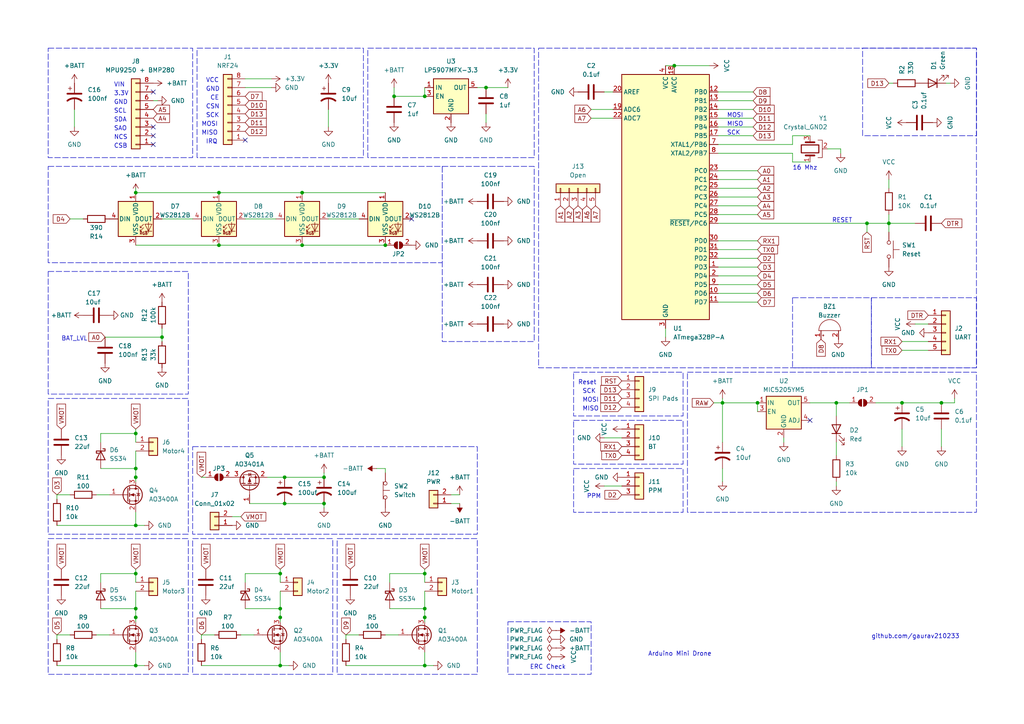
<source format=kicad_sch>
(kicad_sch (version 20230121) (generator eeschema)
  (paper "A4")
  (junction (at 39.37 166.37))
  (junction (at 82.55 146.05))
  (junction (at 81.28 176.53))
  (junction (at 273.05 116.84))
  (junction (at 261.62 116.84))
  (junction (at 123.19 179.07))
  (junction (at 39.37 193.04))
  (junction (at 111.76 71.12))
  (junction (at 81.28 193.04))
  (junction (at 39.37 55.88))
  (junction (at 81.28 179.07))
  (junction (at 93.98 138.43))
  (junction (at 39.37 125.73))
  (junction (at 63.5 71.12))
  (junction (at 123.19 193.04))
  (junction (at 87.63 55.88))
  (junction (at 114.3 27.94))
  (junction (at 123.19 166.37))
  (junction (at 123.19 176.53))
  (junction (at 82.55 138.43))
  (junction (at 39.37 152.4))
  (junction (at 63.5 55.88))
  (junction (at 87.63 71.12))
  (junction (at 46.99 97.79))
  (junction (at 257.81 64.77))
  (junction (at 123.19 27.94))
  (junction (at 39.37 138.43))
  (junction (at 140.97 25.4))
  (junction (at 81.28 166.37))
  (junction (at 39.37 135.89))
  (junction (at 251.46 64.77))
  (junction (at 219.71 116.84))
  (junction (at 39.37 176.53))
  (junction (at 93.98 146.05))
  (junction (at 195.58 19.05))
  (junction (at 39.37 179.07))
  (junction (at 209.55 116.84))
  (junction (at 242.57 116.84))
  (no_connect (at 234.95 121.92))
  (no_connect (at 44.45 36.83))
  (no_connect (at 71.12 40.64))
  (no_connect (at 44.45 39.37))
  (no_connect (at 44.45 26.67))
  (no_connect (at 119.38 63.5))
  (no_connect (at 44.45 41.91))
  (wire (pts (xy 114.3 27.94) (xy 123.19 27.94)))
  (wire (pts (xy 261.62 124.46) (xy 261.62 129.54)))
  (wire (pts (xy 265.43 93.98) (xy 269.24 93.98)))
  (wire (pts (xy 71.12 176.53) (xy 81.28 176.53)))
  (wire (pts (xy 45.72 29.21) (xy 44.45 29.21)))
  (wire (pts (xy 243.84 43.18) (xy 243.84 44.45)))
  (wire (pts (xy 193.04 97.79) (xy 193.04 95.25)))
  (wire (pts (xy 39.37 125.73) (xy 39.37 128.27)))
  (wire (pts (xy 138.43 25.4) (xy 140.97 25.4)))
  (wire (pts (xy 219.71 80.01) (xy 208.28 80.01)))
  (wire (pts (xy 123.19 180.34) (xy 123.19 179.07)))
  (wire (pts (xy 205.74 19.05) (xy 195.58 19.05)))
  (wire (pts (xy 240.03 43.18) (xy 243.84 43.18)))
  (wire (pts (xy 219.71 77.47) (xy 208.28 77.47)))
  (wire (pts (xy 46.99 95.25) (xy 46.99 97.79)))
  (wire (pts (xy 219.71 82.55) (xy 208.28 82.55)))
  (wire (pts (xy 209.55 139.7) (xy 209.55 135.89)))
  (wire (pts (xy 39.37 124.46) (xy 39.37 125.73)))
  (wire (pts (xy 229.87 39.37) (xy 234.95 39.37)))
  (wire (pts (xy 29.21 168.91) (xy 29.21 166.37)))
  (wire (pts (xy 111.76 135.89) (xy 111.76 137.16)))
  (wire (pts (xy 95.25 63.5) (xy 104.14 63.5)))
  (wire (pts (xy 87.63 55.88) (xy 63.5 55.88)))
  (wire (pts (xy 58.42 184.15) (xy 62.23 184.15)))
  (wire (pts (xy 16.51 143.51) (xy 20.32 143.51)))
  (wire (pts (xy 39.37 130.81) (xy 39.37 135.89)))
  (wire (pts (xy 41.91 193.04) (xy 39.37 193.04)))
  (wire (pts (xy 273.05 124.46) (xy 273.05 129.54)))
  (wire (pts (xy 123.19 166.37) (xy 123.19 168.91)))
  (wire (pts (xy 113.03 176.53) (xy 123.19 176.53)))
  (wire (pts (xy 234.95 116.84) (xy 242.57 116.84)))
  (wire (pts (xy 100.33 185.42) (xy 100.33 184.15)))
  (wire (pts (xy 125.73 193.04) (xy 123.19 193.04)))
  (wire (pts (xy 29.21 125.73) (xy 39.37 125.73)))
  (wire (pts (xy 209.55 128.27) (xy 209.55 116.84)))
  (wire (pts (xy 209.55 115.57) (xy 209.55 116.84)))
  (wire (pts (xy 39.37 54.61) (xy 39.37 55.88)))
  (wire (pts (xy 219.71 49.53) (xy 208.28 49.53)))
  (wire (pts (xy 39.37 148.59) (xy 39.37 152.4)))
  (wire (pts (xy 63.5 55.88) (xy 39.37 55.88)))
  (wire (pts (xy 257.81 24.13) (xy 259.08 24.13)))
  (wire (pts (xy 175.26 140.97) (xy 180.34 140.97)))
  (wire (pts (xy 39.37 180.34) (xy 39.37 179.07)))
  (wire (pts (xy 20.32 63.5) (xy 24.13 63.5)))
  (wire (pts (xy 16.51 152.4) (xy 39.37 152.4)))
  (wire (pts (xy 133.35 146.05) (xy 130.81 146.05)))
  (wire (pts (xy 16.51 184.15) (xy 20.32 184.15)))
  (wire (pts (xy 81.28 180.34) (xy 81.28 179.07)))
  (wire (pts (xy 175.26 26.67) (xy 177.8 26.67)))
  (wire (pts (xy 71.12 22.86) (xy 78.74 22.86)))
  (wire (pts (xy 29.21 166.37) (xy 39.37 166.37)))
  (wire (pts (xy 93.98 137.16) (xy 93.98 138.43)))
  (wire (pts (xy 218.44 34.29) (xy 208.28 34.29)))
  (wire (pts (xy 209.55 116.84) (xy 219.71 116.84)))
  (wire (pts (xy 229.87 44.45) (xy 229.87 46.99)))
  (wire (pts (xy 219.71 62.23) (xy 208.28 62.23)))
  (wire (pts (xy 175.26 127) (xy 180.34 127)))
  (wire (pts (xy 71.12 25.4) (xy 78.74 25.4)))
  (wire (pts (xy 219.71 74.93) (xy 208.28 74.93)))
  (wire (pts (xy 58.42 193.04) (xy 81.28 193.04)))
  (wire (pts (xy 261.62 99.06) (xy 269.24 99.06)))
  (wire (pts (xy 95.25 31.75) (xy 95.25 36.83)))
  (wire (pts (xy 229.87 46.99) (xy 234.95 46.99)))
  (wire (pts (xy 81.28 176.53) (xy 81.28 179.07)))
  (wire (pts (xy 81.28 166.37) (xy 81.28 168.91)))
  (wire (pts (xy 219.71 72.39) (xy 208.28 72.39)))
  (wire (pts (xy 81.28 165.1) (xy 81.28 166.37)))
  (wire (pts (xy 39.37 135.89) (xy 39.37 138.43)))
  (wire (pts (xy 251.46 64.77) (xy 257.81 64.77)))
  (wire (pts (xy 257.81 64.77) (xy 265.43 64.77)))
  (wire (pts (xy 123.19 189.23) (xy 123.19 193.04)))
  (wire (pts (xy 123.19 165.1) (xy 123.19 166.37)))
  (wire (pts (xy 219.71 59.69) (xy 208.28 59.69)))
  (wire (pts (xy 41.91 152.4) (xy 39.37 152.4)))
  (wire (pts (xy 147.32 25.4) (xy 140.97 25.4)))
  (wire (pts (xy 58.42 138.43) (xy 59.69 138.43)))
  (wire (pts (xy 171.45 31.75) (xy 177.8 31.75)))
  (wire (pts (xy 100.33 193.04) (xy 123.19 193.04)))
  (wire (pts (xy 81.28 189.23) (xy 81.28 193.04)))
  (wire (pts (xy 257.81 62.23) (xy 257.81 64.77)))
  (wire (pts (xy 58.42 185.42) (xy 58.42 184.15)))
  (wire (pts (xy 111.76 184.15) (xy 115.57 184.15)))
  (wire (pts (xy 242.57 120.65) (xy 242.57 116.84)))
  (wire (pts (xy 218.44 36.83) (xy 208.28 36.83)))
  (wire (pts (xy 219.71 85.09) (xy 208.28 85.09)))
  (wire (pts (xy 29.21 176.53) (xy 39.37 176.53)))
  (wire (pts (xy 123.19 171.45) (xy 123.19 176.53)))
  (wire (pts (xy 39.37 166.37) (xy 39.37 168.91)))
  (wire (pts (xy 29.21 128.27) (xy 29.21 125.73)))
  (wire (pts (xy 218.44 31.75) (xy 208.28 31.75)))
  (wire (pts (xy 171.45 34.29) (xy 177.8 34.29)))
  (wire (pts (xy 111.76 55.88) (xy 87.63 55.88)))
  (wire (pts (xy 46.99 63.5) (xy 55.88 63.5)))
  (wire (pts (xy 257.81 52.07) (xy 257.81 54.61)))
  (wire (pts (xy 39.37 171.45) (xy 39.37 176.53)))
  (wire (pts (xy 29.21 135.89) (xy 39.37 135.89)))
  (wire (pts (xy 193.04 19.05) (xy 195.58 19.05)))
  (wire (pts (xy 82.55 146.05) (xy 93.98 146.05)))
  (wire (pts (xy 219.71 54.61) (xy 208.28 54.61)))
  (wire (pts (xy 208.28 41.91) (xy 229.87 41.91)))
  (wire (pts (xy 39.37 71.12) (xy 63.5 71.12)))
  (wire (pts (xy 16.51 185.42) (xy 16.51 184.15)))
  (wire (pts (xy 219.71 116.84) (xy 219.71 119.38)))
  (wire (pts (xy 218.44 29.21) (xy 208.28 29.21)))
  (wire (pts (xy 39.37 139.7) (xy 39.37 138.43)))
  (wire (pts (xy 218.44 39.37) (xy 208.28 39.37)))
  (wire (pts (xy 71.12 63.5) (xy 80.01 63.5)))
  (wire (pts (xy 227.33 128.27) (xy 227.33 127)))
  (wire (pts (xy 254 116.84) (xy 261.62 116.84)))
  (wire (pts (xy 123.19 25.4) (xy 123.19 27.94)))
  (wire (pts (xy 21.59 31.75) (xy 21.59 36.83)))
  (wire (pts (xy 242.57 116.84) (xy 246.38 116.84)))
  (wire (pts (xy 69.85 184.15) (xy 73.66 184.15)))
  (wire (pts (xy 261.62 101.6) (xy 269.24 101.6)))
  (wire (pts (xy 229.87 41.91) (xy 229.87 39.37)))
  (wire (pts (xy 71.12 166.37) (xy 81.28 166.37)))
  (wire (pts (xy 208.28 44.45) (xy 229.87 44.45)))
  (wire (pts (xy 242.57 139.7) (xy 242.57 140.97)))
  (wire (pts (xy 27.94 184.15) (xy 31.75 184.15)))
  (wire (pts (xy 39.37 189.23) (xy 39.37 193.04)))
  (wire (pts (xy 261.62 116.84) (xy 273.05 116.84)))
  (wire (pts (xy 208.28 64.77) (xy 251.46 64.77)))
  (wire (pts (xy 257.81 64.77) (xy 257.81 67.31)))
  (wire (pts (xy 72.39 146.05) (xy 82.55 146.05)))
  (wire (pts (xy 274.32 24.13) (xy 275.59 24.13)))
  (wire (pts (xy 219.71 69.85) (xy 208.28 69.85)))
  (wire (pts (xy 46.99 97.79) (xy 46.99 99.06)))
  (wire (pts (xy 113.03 166.37) (xy 123.19 166.37)))
  (wire (pts (xy 69.85 149.86) (xy 67.31 149.86)))
  (wire (pts (xy 81.28 171.45) (xy 81.28 176.53)))
  (wire (pts (xy 207.01 116.84) (xy 209.55 116.84)))
  (wire (pts (xy 83.82 193.04) (xy 81.28 193.04)))
  (wire (pts (xy 219.71 52.07) (xy 208.28 52.07)))
  (wire (pts (xy 77.47 138.43) (xy 82.55 138.43)))
  (wire (pts (xy 16.51 193.04) (xy 39.37 193.04)))
  (wire (pts (xy 273.05 116.84) (xy 276.86 116.84)))
  (wire (pts (xy 109.22 135.89) (xy 111.76 135.89)))
  (wire (pts (xy 93.98 146.05) (xy 93.98 147.32)))
  (wire (pts (xy 123.19 176.53) (xy 123.19 179.07)))
  (wire (pts (xy 71.12 168.91) (xy 71.12 166.37)))
  (wire (pts (xy 219.71 57.15) (xy 208.28 57.15)))
  (wire (pts (xy 30.48 97.79) (xy 46.99 97.79)))
  (wire (pts (xy 140.97 35.56) (xy 140.97 33.02)))
  (wire (pts (xy 242.57 128.27) (xy 242.57 132.08)))
  (wire (pts (xy 251.46 64.77) (xy 251.46 67.31)))
  (wire (pts (xy 27.94 143.51) (xy 31.75 143.51)))
  (wire (pts (xy 276.86 115.57) (xy 276.86 116.84)))
  (wire (pts (xy 16.51 144.78) (xy 16.51 143.51)))
  (wire (pts (xy 133.35 143.51) (xy 130.81 143.51)))
  (wire (pts (xy 63.5 71.12) (xy 87.63 71.12)))
  (wire (pts (xy 39.37 165.1) (xy 39.37 166.37)))
  (wire (pts (xy 100.33 184.15) (xy 104.14 184.15)))
  (wire (pts (xy 39.37 176.53) (xy 39.37 179.07)))
  (wire (pts (xy 219.71 87.63) (xy 208.28 87.63)))
  (wire (pts (xy 87.63 71.12) (xy 111.76 71.12)))
  (wire (pts (xy 218.44 26.67) (xy 208.28 26.67)))
  (wire (pts (xy 113.03 168.91) (xy 113.03 166.37)))
  (wire (pts (xy 82.55 138.43) (xy 93.98 138.43)))
  (wire (pts (xy 114.3 25.4) (xy 114.3 27.94)))
  (rectangle (start 229.87 86.36) (end 252.73 106.68) (stroke (width 0) (type dash)))
  (rectangle (start 13.97 13.97) (end 55.88 45.72) (stroke (width 0) (type dash)))
  (rectangle (start 13.97 78.74) (end 54.61 114.3) (stroke (width 0) (type dash)))
  (rectangle (start 252.73 86.36) (end 283.21 106.68) (stroke (width 0) (type dash)))
  (rectangle (start 166.37 107.95) (end 198.12 120.65) (stroke (width 0) (type dash)))
  (rectangle (start 156.21 13.97) (end 283.21 106.68) (stroke (width 0) (type dash)))
  (rectangle (start 55.88 129.54) (end 138.43 154.94) (stroke (width 0) (type dash)))
  (rectangle (start 13.97 156.21) (end 54.61 195.58) (stroke (width 0) (type dash)))
  (rectangle (start 57.15 13.97) (end 105.41 45.72) (stroke (width 0) (type dash)))
  (rectangle (start 166.37 121.92) (end 198.12 134.62) (stroke (width 0) (type dash)))
  (rectangle (start 55.88 156.21) (end 96.52 195.58) (stroke (width 0) (type dash)))
  (rectangle (start 128.27 48.26) (end 154.94 99.06) (stroke (width 0) (type dash)))
  (rectangle (start 250.19 13.97) (end 283.21 39.37) (stroke (width 0) (type dash)))
  (rectangle (start 147.32 180.34) (end 171.45 195.58) (stroke (width 0) (type dash)))
  (rectangle (start 106.68 13.97) (end 154.94 45.72) (stroke (width 0) (type dash)))
  (rectangle (start 199.39 107.95) (end 283.21 148.59) (stroke (width 0) (type dash)))
  (rectangle (start 13.97 115.57) (end 54.61 154.94) (stroke (width 0) (type dash)))
  (rectangle (start 13.97 48.26) (end 128.27 76.2) (stroke (width 0) (type dash)))
  (rectangle (start 166.37 135.89) (end 198.12 148.59) (stroke (width 0) (type dash)))
  (rectangle (start 97.79 156.21) (end 138.43 195.58) (stroke (width 0) (type dash)))
  (text "SCL" (at 33.02 33.02 0) (effects (font (size 1.27 1.27)) (justify left bottom)))
  (text "GND\n" (at 33.02 30.48 0) (effects (font (size 1.27 1.27)) (justify left bottom)))
  (text "RESET" (at 241.3 64.77 0) (effects (font (size 1.27 1.27)) (justify left bottom)))
  (text "MISO\n" (at 210.82 36.83 0) (effects (font (size 1.27 1.27)) (justify left bottom)))
  (text "BAT_LVL" (at 17.78 99.06 0) (effects (font (size 1.27 1.27)) (justify left bottom)))
  (text "MISO" (at 168.91 119.38 0) (effects (font (size 1.27 1.27)) (justify left bottom)))
  (text "Reset\n" (at 167.64 111.76 0) (effects (font (size 1.27 1.27)) (justify left bottom)))
  (text "3.3V" (at 33.02 27.94 0) (effects (font (size 1.27 1.27)) (justify left bottom)))
  (text "MOSI" (at 210.82 34.29 0) (effects (font (size 1.27 1.27)) (justify left bottom)))
  (text "CE" (at 60.96 29.21 0) (effects (font (size 1.27 1.27)) (justify left bottom)))
  (text "CSB" (at 33.02 43.18 0) (effects (font (size 1.27 1.27)) (justify left bottom)))
  (text "VIN\n" (at 33.02 25.4 0) (effects (font (size 1.27 1.27)) (justify left bottom)))
  (text "SAO" (at 33.02 38.1 0) (effects (font (size 1.27 1.27)) (justify left bottom)))
  (text "ERC Check" (at 153.67 194.31 0) (effects (font (size 1.27 1.27)) (justify left bottom)))
  (text "Arduino Mini Drone" (at 187.96 190.5 0) (effects (font (size 1.27 1.27)) (justify left bottom)))
  (text "NCS" (at 33.02 40.64 0) (effects (font (size 1.27 1.27)) (justify left bottom)))
  (text "MOSI" (at 168.91 116.84 0) (effects (font (size 1.27 1.27)) (justify left bottom)))
  (text "PPM\n" (at 170.18 144.78 0) (effects (font (size 1.27 1.27)) (justify left bottom)))
  (text "IRQ" (at 59.69 41.91 0) (effects (font (size 1.27 1.27)) (justify left bottom)))
  (text "VCC" (at 59.69 24.13 0) (effects (font (size 1.27 1.27)) (justify left bottom)))
  (text "SCK" (at 59.69 34.29 0) (effects (font (size 1.27 1.27)) (justify left bottom)))
  (text "MOSI" (at 58.42 36.83 0) (effects (font (size 1.27 1.27)) (justify left bottom)))
  (text "MISO" (at 58.42 39.37 0) (effects (font (size 1.27 1.27)) (justify left bottom)))
  (text "SCK" (at 210.82 39.37 0) (effects (font (size 1.27 1.27)) (justify left bottom)))
  (text "SCK" (at 168.91 114.3 0) (effects (font (size 1.27 1.27)) (justify left bottom)))
  (text "CSN" (at 59.69 31.75 0) (effects (font (size 1.27 1.27)) (justify left bottom)))
  (text "SDA" (at 33.02 35.56 0) (effects (font (size 1.27 1.27)) (justify left bottom)))
  (text "github.com/gaurav210233" (at 252.73 185.42 0) (effects (font (size 1.27 1.27)) (justify left bottom)))
  (text "16 Mhz" (at 229.87 49.53 0) (effects (font (size 1.27 1.27)) (justify left bottom)))
  (text "GND" (at 59.69 26.67 0) (effects (font (size 1.27 1.27)) (justify left bottom)))
  (global_label "D5" (shape input) (at 16.51 184.15 90) (property "Intersheetrefs" "${INTERSHEET_REFS}" (effects hide)))
  (global_label "VMOT" (shape input) (at 58.42 138.43 90) (property "Intersheetrefs" "${INTERSHEET_REFS}" (effects hide)))
  (global_label "D13" (shape input) (at 218.44 39.37 0) (property "Intersheetrefs" "${INTERSHEET_REFS}" (effects hide)))
  (global_label "D11" (shape input) (at 180.34 115.57 180) (property "Intersheetrefs" "${INTERSHEET_REFS}" (effects hide)))
  (global_label "A0" (shape input) (at 30.48 97.79 180) (property "Intersheetrefs" "${INTERSHEET_REFS}" (effects hide)))
  (global_label "A6" (shape input) (at 170.18 59.69 270) (property "Intersheetrefs" "${INTERSHEET_REFS}" (effects hide)))
  (global_label "A7" (shape input) (at 171.45 34.29 180) (property "Intersheetrefs" "${INTERSHEET_REFS}" (effects hide)))
  (global_label "D13" (shape input) (at 257.81 24.13 180) (property "Intersheetrefs" "${INTERSHEET_REFS}" (effects hide)))
  (global_label "A0" (shape input) (at 219.71 49.53 0) (property "Intersheetrefs" "${INTERSHEET_REFS}" (effects hide)))
  (global_label "A4" (shape input) (at 44.45 34.29 0) (property "Intersheetrefs" "${INTERSHEET_REFS}" (effects hide)))
  (global_label "D7" (shape input) (at 219.71 87.63 0) (property "Intersheetrefs" "${INTERSHEET_REFS}" (effects hide)))
  (global_label "VMOT" (shape input) (at 123.19 165.1 90) (property "Intersheetrefs" "${INTERSHEET_REFS}" (effects hide)))
  (global_label "D3" (shape input) (at 219.71 77.47 0) (property "Intersheetrefs" "${INTERSHEET_REFS}" (effects hide)))
  (global_label "D11" (shape input) (at 71.12 35.56 0) (property "Intersheetrefs" "${INTERSHEET_REFS}" (effects hide)))
  (global_label "A2" (shape input) (at 219.71 54.61 0) (property "Intersheetrefs" "${INTERSHEET_REFS}" (effects hide)))
  (global_label "A1" (shape input) (at 162.56 59.69 270) (property "Intersheetrefs" "${INTERSHEET_REFS}" (effects hide)))
  (global_label "VMOT" (shape input) (at 81.28 165.1 90) (property "Intersheetrefs" "${INTERSHEET_REFS}" (effects hide)))
  (global_label "RX1" (shape input) (at 219.71 69.85 0) (property "Intersheetrefs" "${INTERSHEET_REFS}" (effects hide)))
  (global_label "D4" (shape input) (at 219.71 80.01 0) (property "Intersheetrefs" "${INTERSHEET_REFS}" (effects hide)))
  (global_label "D9" (shape input) (at 218.44 29.21 0) (property "Intersheetrefs" "${INTERSHEET_REFS}" (effects hide)))
  (global_label "RAW" (shape input) (at 207.01 116.84 180) (property "Intersheetrefs" "${INTERSHEET_REFS}" (effects hide)))
  (global_label "D12" (shape input) (at 218.44 36.83 0) (property "Intersheetrefs" "${INTERSHEET_REFS}" (effects hide)))
  (global_label "D12" (shape input) (at 180.34 118.11 180) (property "Intersheetrefs" "${INTERSHEET_REFS}" (effects hide)))
  (global_label "D13" (shape input) (at 71.12 33.02 0) (property "Intersheetrefs" "${INTERSHEET_REFS}" (effects hide)))
  (global_label "A6" (shape input) (at 171.45 31.75 180) (property "Intersheetrefs" "${INTERSHEET_REFS}" (effects hide)))
  (global_label "RST" (shape input) (at 251.46 67.31 270) (property "Intersheetrefs" "${INTERSHEET_REFS}" (effects hide)))
  (global_label "D10" (shape input) (at 71.12 30.48 0) (property "Intersheetrefs" "${INTERSHEET_REFS}" (effects hide)))
  (global_label "TX0" (shape input) (at 180.34 132.08 180) (property "Intersheetrefs" "${INTERSHEET_REFS}" (effects hide)))
  (global_label "D2" (shape input) (at 219.71 74.93 0) (property "Intersheetrefs" "${INTERSHEET_REFS}" (effects hide)))
  (global_label "D13" (shape input) (at 180.34 113.03 180) (property "Intersheetrefs" "${INTERSHEET_REFS}" (effects hide)))
  (global_label "D6" (shape input) (at 219.71 85.09 0) (property "Intersheetrefs" "${INTERSHEET_REFS}" (effects hide)))
  (global_label "VMOT" (shape input) (at 39.37 124.46 90) (property "Intersheetrefs" "${INTERSHEET_REFS}" (effects hide)))
  (global_label "RST" (shape input) (at 180.34 110.49 180) (property "Intersheetrefs" "${INTERSHEET_REFS}" (effects hide)))
  (global_label "TX0" (shape input) (at 219.71 72.39 0) (property "Intersheetrefs" "${INTERSHEET_REFS}" (effects hide)))
  (global_label "D8" (shape input) (at 238.125 98.425 270) (property "Intersheetrefs" "${INTERSHEET_REFS}" (effects hide)))
  (global_label "A5" (shape input) (at 44.45 31.75 0) (property "Intersheetrefs" "${INTERSHEET_REFS}" (effects hide)))
  (global_label "RX1" (shape input) (at 180.34 129.54 180) (property "Intersheetrefs" "${INTERSHEET_REFS}" (effects hide)))
  (global_label "D5" (shape input) (at 219.71 82.55 0) (property "Intersheetrefs" "${INTERSHEET_REFS}" (effects hide)))
  (global_label "VMOT" (shape input) (at 59.69 165.1 90) (property "Intersheetrefs" "${INTERSHEET_REFS}" (effects hide)))
  (global_label "D11" (shape input) (at 218.44 34.29 0) (property "Intersheetrefs" "${INTERSHEET_REFS}" (effects hide)))
  (global_label "D12" (shape input) (at 71.12 38.1 0) (property "Intersheetrefs" "${INTERSHEET_REFS}" (effects hide)))
  (global_label "A3" (shape input) (at 219.71 57.15 0) (property "Intersheetrefs" "${INTERSHEET_REFS}" (effects hide)))
  (global_label "D2" (shape input) (at 180.34 143.51 180) (property "Intersheetrefs" "${INTERSHEET_REFS}" (effects hide)))
  (global_label "A4" (shape input) (at 219.71 59.69 0) (property "Intersheetrefs" "${INTERSHEET_REFS}" (effects hide)))
  (global_label "A7" (shape input) (at 172.72 59.69 270) (property "Intersheetrefs" "${INTERSHEET_REFS}" (effects hide)))
  (global_label "VMOT" (shape input) (at 101.6 165.1 90) (property "Intersheetrefs" "${INTERSHEET_REFS}" (effects hide)))
  (global_label "DTR" (shape input) (at 269.24 91.44 180) (property "Intersheetrefs" "${INTERSHEET_REFS}" (effects hide)))
  (global_label "A2" (shape input) (at 165.1 59.69 270) (property "Intersheetrefs" "${INTERSHEET_REFS}" (effects hide)))
  (global_label "VMOT" (shape input) (at 39.37 165.1 90) (property "Intersheetrefs" "${INTERSHEET_REFS}" (effects hide)))
  (global_label "VMOT" (shape input) (at 17.78 124.46 90) (property "Intersheetrefs" "${INTERSHEET_REFS}" (effects hide)))
  (global_label "A1" (shape input) (at 219.71 52.07 0) (property "Intersheetrefs" "${INTERSHEET_REFS}" (effects hide)))
  (global_label "D3" (shape input) (at 16.51 143.51 90) (property "Intersheetrefs" "${INTERSHEET_REFS}" (effects hide)))
  (global_label "VMOT" (shape input) (at 17.78 165.1 90) (property "Intersheetrefs" "${INTERSHEET_REFS}" (effects hide)))
  (global_label "D7" (shape input) (at 71.12 27.94 0) (property "Intersheetrefs" "${INTERSHEET_REFS}" (effects hide)))
  (global_label "DTR" (shape input) (at 273.05 64.77 0) (property "Intersheetrefs" "${INTERSHEET_REFS}" (effects hide)))
  (global_label "D6" (shape input) (at 58.42 184.15 90) (property "Intersheetrefs" "${INTERSHEET_REFS}" (effects hide)))
  (global_label "D8" (shape input) (at 218.44 26.67 0) (property "Intersheetrefs" "${INTERSHEET_REFS}" (effects hide)))
  (global_label "A3" (shape input) (at 167.64 59.69 270) (property "Intersheetrefs" "${INTERSHEET_REFS}" (effects hide)))
  (global_label "D4" (shape input) (at 20.32 63.5 180) (property "Intersheetrefs" "${INTERSHEET_REFS}" (effects hide)))
  (global_label "A5" (shape input) (at 219.71 62.23 0) (property "Intersheetrefs" "${INTERSHEET_REFS}" (effects hide)))
  (global_label "TX0" (shape input) (at 261.62 101.6 180) (property "Intersheetrefs" "${INTERSHEET_REFS}" (effects hide)))
  (global_label "RX1" (shape input) (at 261.62 99.06 180) (property "Intersheetrefs" "${INTERSHEET_REFS}" (effects hide)))
  (global_label "D9" (shape input) (at 100.33 184.15 90) (property "Intersheetrefs" "${INTERSHEET_REFS}" (effects hide)))
  (global_label "VMOT" (shape input) (at 69.85 149.86 0) (property "Intersheetrefs" "${INTERSHEET_REFS}" (effects hide)))
  (global_label "D10" (shape input) (at 218.44 31.75 0) (property "Intersheetrefs" "${INTERSHEET_REFS}" (effects hide)))
  (symbol (lib_id "power:VCC") (at 262.89 35.56 90) (unit 1)
    (property "Reference" "#PWR08" (effects hide))
    (property "Value" "VCC" (at 257.81 35.56 0))
  )
  (symbol (lib_id "power:GND") (at 95.25 36.83 0) (unit 1)
    (property "Reference" "#PWR023" (effects hide))
    (property "Value" "GND" (at 95.25 41.91 0))
  )
  (symbol (lib_id "Connector_Generic:Conn_01x08") (at 66.04 33.02 180) (unit 1)
    (property "Reference" "J1" (at 66.04 16.51 0))
    (property "Value" "NRF24" (at 66.04 19.05 0))
  )
  (symbol (lib_id "power:+BATT") (at 114.3 25.4 0) (unit 1)
    (property "Reference" "#PWR020" (effects hide))
    (property "Value" "+BATT" (at 114.3 20.32 0))
  )
  (symbol (lib_id "LED:WS2812B") (at 111.76 63.5 0) (unit 1)
    (property "Reference" "D10" (at 123.19 59.8521 0))
    (property "Value" "WS2812B" (at 123.19 62.3921 0))
    (property "Footprint" "LED_SMD:LED_WS2812B_PLCC4_5.0x5.0mm_P3.2mm" (effects hide))
    (property "Datasheet" "https://cdn-shop.adafruit.com/datasheets/WS2812B.pdf" (effects hide))
  )
  (symbol (lib_id "power:+3.3V") (at 95.25 24.13 0) (unit 1)
    (property "Reference" "#PWR024" (effects hide))
    (property "Value" "+3.3V" (at 95.25 19.05 0))
  )
  (symbol (lib_id "power:+3.3V") (at 147.32 25.4 0) (unit 1)
    (property "Reference" "#PWR019" (effects hide))
    (property "Value" "+3.3V" (at 147.32 20.32 0))
  )
  (symbol (lib_id "Device:R") (at 16.51 148.59 180) (unit 1)
    (property "Reference" "R10" (at 19.05 147.32 0) (effects (justify right)))
    (property "Value" "10k" (at 19.05 149.86 0) (effects (justify right)))
  )
  (symbol (lib_id "power:VCC") (at 205.74 19.05 270) (unit 1)
    (property "Reference" "#PWR03" (effects hide))
    (property "Value" "VCC" (at 210.82 19.05 0))
  )
  (symbol (lib_id "Device:Buzzer") (at 240.665 95.885 90) (unit 1)
    (property "Reference" "BZ1" (at 242.57 88.9 90) (effects (justify left)))
    (property "Value" "Buzzer" (at 243.84 91.44 90) (effects (justify left)))
  )
  (symbol (lib_id "Switch:SW_Push") (at 257.81 72.39 270) (unit 1)
    (property "Reference" "SW1" (at 261.62 71.12 90) (effects (justify left)))
    (property "Value" "Reset" (at 261.62 73.66 90) (effects (justify left)))
  )
  (symbol (lib_id "power:GND") (at 31.75 91.44 90) (unit 1)
    (property "Reference" "#PWR046" (effects hide))
    (property "Value" "GND" (at 36.83 91.44 90))
  )
  (symbol (lib_id "Transistor_FET:AO3400A") (at 120.65 184.15 0) (unit 1)
    (property "Reference" "Q1" (at 127 182.88 0) (effects (justify left)))
    (property "Value" "AO3400A" (at 127 185.42 0) (effects (justify left)))
    (property "Footprint" "Package_TO_SOT_SMD:SOT-23" (effects hide))
    (property "Datasheet" "http://www.aosmd.com/pdfs/datasheet/AO3400A.pdf" (effects hide))
  )
  (symbol (lib_id "Connector_Generic:Conn_01x02") (at 44.45 168.91 0) (unit 1)
    (property "Reference" "J5" (at 46.99 168.91 0) (effects (justify left)))
    (property "Value" "Motor3" (at 46.99 171.45 0) (effects (justify left)))
  )
  (symbol (lib_id "Device:C_Polarized_US") (at 21.59 27.94 0) (unit 1)
    (property "Reference" "C16" (at 25.4 26.035 0) (effects (justify left)))
    (property "Value" "100nf" (at 25.4 28.575 0) (effects (justify left)))
  )
  (symbol (lib_id "power:GND") (at 275.59 24.13 90) (unit 1)
    (property "Reference" "#PWR09" (effects hide))
    (property "Value" "GND" (at 280.67 24.13 0))
  )
  (symbol (lib_id "power:GND") (at 209.55 139.7 0) (unit 1)
    (property "Reference" "#PWR011" (effects hide))
    (property "Value" "GND" (at 209.55 144.78 0))
  )
  (symbol (lib_id "Regulator_Linear:MIC5205YM5") (at 227.33 119.38 0) (unit 1)
    (property "Reference" "U2" (at 227.33 110.49 0))
    (property "Value" "MIC5205YM5" (at 227.33 113.03 0))
    (property "Footprint" "Package_TO_SOT_SMD:SOT-23-5" (effects hide))
    (property "Datasheet" "http://ww1.microchip.com/downloads/en/DeviceDoc/20005785A.pdf" (effects hide))
  )
  (symbol (lib_id "Jumper:SolderJumper_2_Open") (at 115.57 71.12 0) (unit 1)
    (property "Reference" "JP2" (at 115.57 73.66 0))
    (property "Value" "Power isolation jumper (low power applications)" (effects hide))
  )
  (symbol (lib_id "power:-BATT") (at 161.29 182.88 270) (unit 1)
    (property "Reference" "#PWR070" (effects hide))
    (property "Value" "-BATT" (at 165.1 182.88 90) (effects (justify left)))
  )
  (symbol (lib_id "power:GND") (at 119.38 71.12 90) (unit 1)
    (property "Reference" "#PWR055" (effects hide))
    (property "Value" "GND" (at 123.19 71.12 90) (effects (justify right)))
  )
  (symbol (lib_id "Device:R") (at 46.99 102.87 0) (unit 1)
    (property "Reference" "R13" (at 41.91 102.87 90))
    (property "Value" "33k" (at 44.45 102.87 90))
  )
  (symbol (lib_id "Device:C") (at 30.48 101.6 180) (unit 1)
    (property "Reference" "C18" (at 34.29 100.33 0) (effects (justify right)))
    (property "Value" "100nf" (at 34.29 102.87 0) (effects (justify right)))
  )
  (symbol (lib_id "MCU_Microchip_ATmega:ATmega328P-A") (at 193.04 57.15 0) (unit 1)
    (property "Reference" "U1" (at 195.2341 95.25 0) (effects (justify left)))
    (property "Value" "ATmega328P-A" (at 195.2341 97.79 0) (effects (justify left)))
    (property "Footprint" "Package_QFP:TQFP-32_7x7mm_P0.8mm" (effects hide))
    (property "Datasheet" "http://ww1.microchip.com/downloads/en/DeviceDoc/ATmega328_P%20AVR%20MCU%20with%20picoPower%20Technology%20Data%20Sheet%2040001984A.pdf" (effects hide))
  )
  (symbol (lib_id "Device:C") (at 142.24 58.42 270) (unit 1)
    (property "Reference" "C19" (at 142.24 50.8 90))
    (property "Value" "100nf" (at 142.24 53.34 90))
  )
  (symbol (lib_id "power:GND") (at 257.81 77.47 0) (unit 1)
    (property "Reference" "#PWR02" (effects hide))
    (property "Value" "GND" (at 257.81 82.55 0))
  )
  (symbol (lib_id "power:GND") (at 242.57 140.97 0) (unit 1)
    (property "Reference" "#PWR012" (effects hide))
    (property "Value" "GND" (at 242.57 146.05 0))
  )
  (symbol (lib_id "Device:R") (at 58.42 189.23 180) (unit 1)
    (property "Reference" "R6" (at 60.96 187.96 0) (effects (justify right)))
    (property "Value" "10k" (at 60.96 190.5 0) (effects (justify right)))
  )
  (symbol (lib_id "power:GND") (at 146.05 82.55 90) (unit 1)
    (property "Reference" "#PWR062" (effects hide))
    (property "Value" "GND" (at 149.86 82.55 90) (effects (justify right)))
  )
  (symbol (lib_id "power:GND") (at 130.81 35.56 0) (unit 1)
    (property "Reference" "#PWR017" (effects hide))
    (property "Value" "GND" (at 130.81 40.64 0))
  )
  (symbol (lib_id "Device:R") (at 16.51 189.23 180) (unit 1)
    (property "Reference" "R8" (at 19.05 187.96 0) (effects (justify right)))
    (property "Value" "10k" (at 19.05 190.5 0) (effects (justify right)))
  )
  (symbol (lib_id "Connector_Generic:Conn_01x04") (at 185.42 113.03 0) (unit 1)
    (property "Reference" "J9" (at 187.96 113.03 0) (effects (justify left)))
    (property "Value" "SPI Pads" (at 187.96 115.57 0) (effects (justify left)))
  )
  (symbol (lib_id "power:+BATT") (at 161.29 187.96 270) (unit 1)
    (property "Reference" "#PWR066" (effects hide))
    (property "Value" "+BATT" (at 165.1 187.96 90) (effects (justify left)))
  )
  (symbol (lib_id "power:GND") (at 167.64 26.67 270) (unit 1)
    (property "Reference" "#PWR04" (effects hide))
    (property "Value" "GND" (at 163.83 26.67 90) (effects (justify right)))
  )
  (symbol (lib_id "Device:R") (at 242.57 135.89 180) (unit 1)
    (property "Reference" "R3" (at 245.11 134.62 0) (effects (justify right)))
    (property "Value" "10k" (at 245.11 137.16 0) (effects (justify right)))
  )
  (symbol (lib_id "Device:C") (at 59.69 168.91 180) (unit 1)
    (property "Reference" "C11" (at 63.5 167.64 0) (effects (justify right)))
    (property "Value" "22uf" (at 63.5 170.18 0) (effects (justify right)))
  )
  (symbol (lib_id "Device:Crystal_GND2") (at 234.95 43.18 90) (unit 1)
    (property "Reference" "Y1" (at 240.03 34.29 90) (effects (justify left)))
    (property "Value" "Crystal_GND2" (at 240.03 36.83 90) (effects (justify left)))
  )
  (symbol (lib_id "Device:C") (at 142.24 82.55 270) (unit 1)
    (property "Reference" "C21" (at 142.24 74.93 90))
    (property "Value" "100nf" (at 142.24 77.47 90))
  )
  (symbol (lib_id "power:VCC") (at 175.26 140.97 90) (unit 1)
    (property "Reference" "#PWR043" (effects hide))
    (property "Value" "VCC" (at 170.18 140.97 0))
  )
  (symbol (lib_id "power:GND") (at 45.72 29.21 90) (unit 1)
    (property "Reference" "#PWR039" (effects hide))
    (property "Value" "GND" (at 49.53 29.21 90) (effects (justify right)))
  )
  (symbol (lib_id "power:VCC") (at 276.86 115.57 0) (unit 1)
    (property "Reference" "#PWR015" (effects hide))
    (property "Value" "VCC" (at 276.86 110.49 0))
  )
  (symbol (lib_id "Device:R") (at 262.89 24.13 270) (unit 1)
    (property "Reference" "R2" (at 261.62 21.59 0) (effects (justify right)))
    (property "Value" "330" (at 264.16 21.59 0) (effects (justify right)))
  )
  (symbol (lib_id "power:GND") (at 261.62 129.54 0) (unit 1)
    (property "Reference" "#PWR013" (effects hide))
    (property "Value" "GND" (at 261.62 134.62 0))
  )
  (symbol (lib_id "Jumper:SolderJumper_2_Open") (at 63.5 138.43 0) (unit 1)
    (property "Reference" "JP3" (at 63.5 135.89 0))
    (property "Value" "Power isolation jumper (low power applications)" (effects hide))
  )
  (symbol (lib_id "power:GND") (at 270.51 35.56 90) (unit 1)
    (property "Reference" "#PWR07" (effects hide))
    (property "Value" "GND" (at 275.59 35.56 0))
  )
  (symbol (lib_id "LED:WS2812B") (at 39.37 63.5 0) (unit 1)
    (property "Reference" "D7" (at 50.8 59.8521 0))
    (property "Value" "WS2812B" (at 50.8 62.3921 0))
    (property "Footprint" "LED_SMD:LED_WS2812B_PLCC4_5.0x5.0mm_P3.2mm" (effects hide))
    (property "Datasheet" "https://cdn-shop.adafruit.com/datasheets/WS2812B.pdf" (effects hide))
  )
  (symbol (lib_id "power:GND") (at 41.91 193.04 90) (unit 1)
    (property "Reference" "#PWR032" (effects hide))
    (property "Value" "GND" (at 45.72 193.04 90) (effects (justify right)))
  )
  (symbol (lib_id "power:GND") (at 140.97 35.56 0) (unit 1)
    (property "Reference" "#PWR018" (effects hide))
    (property "Value" "GND" (at 140.97 40.64 0))
  )
  (symbol (lib_id "Connector_Generic:Conn_01x05") (at 274.32 96.52 0) (unit 1)
    (property "Reference" "J2" (at 276.86 95.25 0) (effects (justify left)))
    (property "Value" "UART" (at 276.86 97.79 0) (effects (justify left)))
  )
  (symbol (lib_id "power:PWR_FLAG") (at 161.29 182.88 90) (unit 1)
    (property "Reference" "#FLG04" (effects hide))
    (property "Value" "PWR_FLAG" (at 157.48 182.88 90) (effects (justify left)))
  )
  (symbol (lib_id "power:GND") (at 17.78 132.08 0) (unit 1)
    (property "Reference" "#PWR033" (effects hide))
    (property "Value" "GND" (at 17.78 137.16 0))
  )
  (symbol (lib_id "power:+3.3V") (at 78.74 22.86 270) (unit 1)
    (property "Reference" "#PWR021" (effects hide))
    (property "Value" "+3.3V" (at 82.55 22.86 90) (effects (justify left)))
  )
  (symbol (lib_id "Device:C") (at 27.94 91.44 270) (unit 1)
    (property "Reference" "C17" (at 29.21 85.09 90) (effects (justify right)))
    (property "Value" "10uf" (at 29.21 87.63 90) (effects (justify right)))
  )
  (symbol (lib_id "Device:R") (at 46.99 91.44 0) (unit 1)
    (property "Reference" "R12" (at 41.91 91.44 90))
    (property "Value" "100k" (at 44.45 91.44 90))
  )
  (symbol (lib_id "power:GND") (at 67.31 152.4 90) (unit 1)
    (property "Reference" "#PWR037" (effects hide))
    (property "Value" "GND" (at 71.12 152.4 90) (effects (justify right)))
  )
  (symbol (lib_id "Transistor_FET:AO3401A") (at 72.39 140.97 90) (unit 1)
    (property "Reference" "Q5" (at 72.39 132.08 90))
    (property "Value" "AO3401A" (at 72.39 134.62 90))
    (property "Footprint" "Package_TO_SOT_SMD:SOT-23" (effects hide))
    (property "Datasheet" "http://www.aosmd.com/pdfs/datasheet/AO3401A.pdf" (effects hide))
  )
  (symbol (lib_id "Connector_Generic:Conn_01x02") (at 128.27 168.91 0) (unit 1)
    (property "Reference" "J3" (at 130.81 168.91 0) (effects (justify left)))
    (property "Value" "Motor1" (at 130.81 171.45 0) (effects (justify left)))
  )
  (symbol (lib_id "power:GND") (at 21.59 36.83 0) (unit 1)
    (property "Reference" "#PWR051" (effects hide))
    (property "Value" "GND" (at 21.59 41.91 0))
  )
  (symbol (lib_id "Diode:1N6857UR") (at 71.12 172.72 270) (unit 1)
    (property "Reference" "D4" (at 73.66 171.1325 90) (effects (justify left)))
    (property "Value" "SS34" (at 73.66 173.6725 90) (effects (justify left)))
    (property "Footprint" "Diode_SMD:D_MELF" (effects hide))
    (property "Datasheet" "https://www.microsemi.com/document-portal/doc_download/131890-lds-0040-1-datasheet" (effects hide))
  )
  (symbol (lib_id "power:PWR_FLAG") (at 161.29 185.42 90) (unit 1)
    (property "Reference" "#FLG01" (effects hide))
    (property "Value" "PWR_FLAG" (at 157.48 185.42 90) (effects (justify left)))
  )
  (symbol (lib_id "power:GND") (at 146.05 93.98 90) (unit 1)
    (property "Reference" "#PWR064" (effects hide))
    (property "Value" "GND" (at 149.86 93.98 90) (effects (justify right)))
  )
  (symbol (lib_id "power:GND") (at 59.69 172.72 0) (unit 1)
    (property "Reference" "#PWR029" (effects hide))
    (property "Value" "GND" (at 59.69 177.8 0))
  )
  (symbol (lib_id "power:+BATT") (at 138.43 69.85 90) (unit 1)
    (property "Reference" "#PWR059" (effects hide))
    (property "Value" "+BATT" (at 134.62 69.85 90) (effects (justify left)))
  )
  (symbol (lib_id "power:-BATT") (at 133.35 146.05 180) (unit 1)
    (property "Reference" "#PWR069" (effects hide))
    (property "Value" "-BATT" (at 133.35 151.13 0))
  )
  (symbol (lib_id "Connector_Generic:Conn_01x02") (at 125.73 146.05 180) (unit 1)
    (property "Reference" "J12" (at 125.73 137.16 0))
    (property "Value" "PWR" (at 125.73 139.7 0))
  )
  (symbol (lib_id "Diode:1N6857UR") (at 29.21 132.08 270) (unit 1)
    (property "Reference" "D6" (at 31.75 130.4925 90) (effects (justify left)))
    (property "Value" "SS34" (at 31.75 133.0325 90) (effects (justify left)))
    (property "Footprint" "Diode_SMD:D_MELF" (effects hide))
    (property "Datasheet" "https://www.microsemi.com/document-portal/doc_download/131890-lds-0040-1-datasheet" (effects hide))
  )
  (symbol (lib_id "Device:C") (at 171.45 26.67 90) (unit 1)
    (property "Reference" "C2" (at 171.45 19.05 90))
    (property "Value" "0.1uf" (at 171.45 21.59 90))
  )
  (symbol (lib_id "Device:C_Polarized_US") (at 95.25 27.94 0) (unit 1)
    (property "Reference" "C9" (at 99.06 26.035 0) (effects (justify left)))
    (property "Value" "10uf" (at 99.06 28.575 0) (effects (justify left)))
  )
  (symbol (lib_id "Device:C") (at 101.6 168.91 180) (unit 1)
    (property "Reference" "C10" (at 105.41 167.64 0) (effects (justify right)))
    (property "Value" "22uf" (at 105.41 170.18 0) (effects (justify right)))
  )
  (symbol (lib_id "Regulator_Linear:LP5907MFX-3.3") (at 130.81 27.94 0) (unit 1)
    (property "Reference" "U3" (at 130.81 17.78 0))
    (property "Value" "LP5907MFX-3.3" (at 130.81 20.32 0))
    (property "Footprint" "Package_TO_SOT_SMD:SOT-23-5" (effects hide))
    (property "Datasheet" "http://www.ti.com/lit/ds/symlink/lp5907.pdf" (effects hide))
  )
  (symbol (lib_id "Connector_Generic:Conn_01x08") (at 39.37 34.29 180) (unit 1)
    (property "Reference" "J8" (at 39.37 17.78 0))
    (property "Value" "MPU9250 + BMP280" (at 40.64 20.32 0))
  )
  (symbol (lib_id "power:PWR_FLAG") (at 161.29 187.96 90) (unit 1)
    (property "Reference" "#FLG02" (effects hide))
    (property "Value" "PWR_FLAG" (at 157.48 187.96 90) (effects (justify left)))
  )
  (symbol (lib_id "Device:R") (at 27.94 63.5 90) (unit 1)
    (property "Reference" "R14" (at 27.94 68.58 90))
    (property "Value" "390" (at 27.94 66.04 90))
  )
  (symbol (lib_id "Transistor_FET:AO3400A") (at 78.74 184.15 0) (unit 1)
    (property "Reference" "Q2" (at 85.09 182.88 0) (effects (justify left)))
    (property "Value" "AO3400A" (at 85.09 185.42 0) (effects (justify left)))
    (property "Footprint" "Package_TO_SOT_SMD:SOT-23" (effects hide))
    (property "Datasheet" "http://www.aosmd.com/pdfs/datasheet/AO3400A.pdf" (effects hide))
  )
  (symbol (lib_id "power:+BATT") (at 44.45 24.13 270) (unit 1)
    (property "Reference" "#PWR038" (effects hide))
    (property "Value" "+BATT" (at 48.26 24.13 90) (effects (justify left)))
  )
  (symbol (lib_id "Device:R") (at 24.13 143.51 270) (unit 1)
    (property "Reference" "R11" (at 24.13 138.43 90))
    (property "Value" "100" (at 24.13 140.97 90))
  )
  (symbol (lib_id "power:GND") (at 161.29 185.42 90) (unit 1)
    (property "Reference" "#PWR065" (effects hide))
    (property "Value" "GND" (at 165.1 185.42 90) (effects (justify right)))
  )
  (symbol (lib_id "Device:C_Polarized_US") (at 93.98 142.24 0) (unit 1)
    (property "Reference" "C14" (at 97.79 140.335 0) (effects (justify left)))
    (property "Value" "100uf" (at 97.79 142.875 0) (effects (justify left)))
  )
  (symbol (lib_id "Device:C") (at 273.05 120.65 180) (unit 1)
    (property "Reference" "C6" (at 276.86 119.38 0) (effects (justify right)))
    (property "Value" "0.1uf" (at 276.86 121.92 0) (effects (justify right)))
  )
  (symbol (lib_id "power:+BATT") (at 138.43 82.55 90) (unit 1)
    (property "Reference" "#PWR061" (effects hide))
    (property "Value" "+BATT" (at 134.62 82.55 90) (effects (justify left)))
  )
  (symbol (lib_id "LED:WS2812B") (at 87.63 63.5 0) (unit 1)
    (property "Reference" "D9" (at 99.06 59.8521 0))
    (property "Value" "WS2812B" (at 99.06 62.3921 0))
    (property "Footprint" "LED_SMD:LED_WS2812B_PLCC4_5.0x5.0mm_P3.2mm" (effects hide))
    (property "Datasheet" "https://cdn-shop.adafruit.com/datasheets/WS2812B.pdf" (effects hide))
  )
  (symbol (lib_id "power:GND") (at 180.34 138.43 270) (unit 1)
    (property "Reference" "#PWR042" (effects hide))
    (property "Value" "GND" (at 176.53 138.43 90) (effects (justify right)))
  )
  (symbol (lib_id "power:VCC") (at 257.81 52.07 0) (unit 1)
    (property "Reference" "#PWR01" (effects hide))
    (property "Value" "VCC" (at 257.81 46.99 0))
  )
  (symbol (lib_id "Device:LED") (at 242.57 124.46 90) (unit 1)
    (property "Reference" "D2" (at 246.38 124.7775 90) (effects (justify right)))
    (property "Value" "Red" (at 246.38 127.3175 90) (effects (justify right)))
  )
  (symbol (lib_id "power:GND") (at 193.04 97.79 0) (unit 1)
    (property "Reference" "#PWR06" (effects hide))
    (property "Value" "GND" (at 193.04 102.87 0))
  )
  (symbol (lib_id "power:VCC") (at 265.43 93.98 90) (unit 1)
    (property "Reference" "#PWR025" (effects hide))
    (property "Value" "VCC" (at 260.35 93.98 0))
  )
  (symbol (lib_id "power:+BATT") (at 138.43 58.42 90) (unit 1)
    (property "Reference" "#PWR057" (effects hide))
    (property "Value" "+BATT" (at 134.62 58.42 90) (effects (justify left)))
  )
  (symbol (lib_id "power:GND") (at 125.73 193.04 90) (unit 1)
    (property "Reference" "#PWR027" (effects hide))
    (property "Value" "GND" (at 129.54 193.04 90) (effects (justify right)))
  )
  (symbol (lib_id "Connector_Generic:Conn_01x02") (at 86.36 168.91 0) (unit 1)
    (property "Reference" "J4" (at 88.9 168.91 0) (effects (justify left)))
    (property "Value" "Motor2" (at 88.9 171.45 0) (effects (justify left)))
  )
  (symbol (lib_id "power:VCC") (at 161.29 190.5 270) (unit 1)
    (property "Reference" "#PWR067" (effects hide))
    (property "Value" "VCC" (at 166.37 190.5 0))
  )
  (symbol (lib_id "Device:R") (at 257.81 58.42 180) (unit 1)
    (property "Reference" "R1" (at 260.35 57.15 0) (effects (justify right)))
    (property "Value" "10K" (at 260.35 59.69 0) (effects (justify right)))
  )
  (symbol (lib_id "power:+BATT") (at 93.98 137.16 0) (unit 1)
    (property "Reference" "#PWR036" (effects hide))
    (property "Value" "+BATT" (at 93.98 132.08 0))
  )
  (symbol (lib_id "power:GND") (at 146.05 69.85 90) (unit 1)
    (property "Reference" "#PWR060" (effects hide))
    (property "Value" "GND" (at 149.86 69.85 90) (effects (justify right)))
  )
  (symbol (lib_id "Device:R") (at 24.13 184.15 270) (unit 1)
    (property "Reference" "R9" (at 24.13 179.07 90))
    (property "Value" "100" (at 24.13 181.61 90))
  )
  (symbol (lib_id "Device:C") (at 17.78 168.91 180) (unit 1)
    (property "Reference" "C12" (at 21.59 167.64 0) (effects (justify right)))
    (property "Value" "22uf" (at 21.59 170.18 0) (effects (justify right)))
  )
  (symbol (lib_id "power:GND") (at 175.26 127 270) (unit 1)
    (property "Reference" "#PWR040" (effects hide))
    (property "Value" "GND" (at 171.45 127 90) (effects (justify right)))
  )
  (symbol (lib_id "power:VCC") (at 180.34 124.46 90) (unit 1)
    (property "Reference" "#PWR041" (effects hide))
    (property "Value" "VCC" (at 175.26 124.46 0))
  )
  (symbol (lib_id "power:GND") (at 83.82 193.04 90) (unit 1)
    (property "Reference" "#PWR030" (effects hide))
    (property "Value" "GND" (at 87.63 193.04 90) (effects (justify right)))
  )
  (symbol (lib_id "power:GND") (at 146.05 58.42 90) (unit 1)
    (property "Reference" "#PWR058" (effects hide))
    (property "Value" "GND" (at 149.86 58.42 90) (effects (justify right)))
  )
  (symbol (lib_id "Jumper:SolderJumper_2_Open") (at 250.19 116.84 0) (unit 1)
    (property "Reference" "JP1" (at 250.19 113.03 0))
    (property "Value" "Power isolation jumper (low power applications)" (effects hide))
  )
  (symbol (lib_id "power:+BATT") (at 133.35 143.51 0) (unit 1)
    (property "Reference" "#PWR068" (effects hide))
    (property "Value" "+BATT" (at 133.35 138.43 0))
  )
  (symbol (lib_id "power:+BATT") (at 138.43 93.98 90) (unit 1)
    (property "Reference" "#PWR063" (effects hide))
    (property "Value" "+BATT" (at 134.62 93.98 90) (effects (justify left)))
  )
  (symbol (lib_id "power:-BATT") (at 109.22 135.89 90) (unit 1)
    (property "Reference" "#PWR049" (effects hide))
    (property "Value" "-BATT" (at 105.41 135.89 90) (effects (justify left)))
  )
  (symbol (lib_id "Device:R") (at 66.04 184.15 270) (unit 1)
    (property "Reference" "R7" (at 66.04 179.07 90))
    (property "Value" "100" (at 66.04 181.61 90))
  )
  (symbol (lib_id "power:+BATT") (at 46.99 87.63 0) (unit 1)
    (property "Reference" "#PWR047" (effects hide))
    (property "Value" "+BATT" (at 46.99 82.55 0))
  )
  (symbol (lib_id "Device:R") (at 100.33 189.23 180) (unit 1)
    (property "Reference" "R4" (at 102.87 187.96 0) (effects (justify right)))
    (property "Value" "10k" (at 102.87 190.5 0) (effects (justify right)))
  )
  (symbol (lib_id "Connector_Generic:Conn_01x03") (at 185.42 140.97 0) (unit 1)
    (property "Reference" "J11" (at 187.96 139.7 0) (effects (justify left)))
    (property "Value" "PPM" (at 187.96 142.24 0) (effects (justify left)))
  )
  (symbol (lib_id "power:GND") (at 243.84 44.45 0) (unit 1)
    (property "Reference" "#PWR05" (effects hide))
    (property "Value" "GND" (at 243.84 49.53 0))
  )
  (symbol (lib_id "Diode:1N6857UR") (at 113.03 172.72 270) (unit 1)
    (property "Reference" "D3" (at 115.57 171.1325 90) (effects (justify left)))
    (property "Value" "SS34" (at 115.57 173.6725 90) (effects (justify left)))
    (property "Footprint" "Diode_SMD:D_MELF" (effects hide))
    (property "Datasheet" "https://www.microsemi.com/document-portal/doc_download/131890-lds-0040-1-datasheet" (effects hide))
  )
  (symbol (lib_id "Connector_Generic:Conn_01x02") (at 44.45 128.27 0) (unit 1)
    (property "Reference" "J6" (at 46.99 128.27 0) (effects (justify left)))
    (property "Value" "Motor4" (at 46.99 130.81 0) (effects (justify left)))
  )
  (symbol (lib_id "power:GND") (at 269.24 96.52 270) (unit 1)
    (property "Reference" "#PWR026" (effects hide))
    (property "Value" "GND" (at 265.43 96.52 90) (effects (justify right)))
  )
  (symbol (lib_id "power:GND") (at 243.205 98.425 0) (unit 1)
    (property "Reference" "#PWR054" (effects hide))
    (property "Value" "GND" (at 245.11 102.87 0) (effects (justify right)))
  )
  (symbol (lib_id "Connector_Generic:Conn_01x04") (at 185.42 127 0) (unit 1)
    (property "Reference" "J10" (at 187.96 127 0) (effects (justify left)))
    (property "Value" "BT" (at 187.96 129.54 0) (effects (justify left)))
  )
  (symbol (lib_id "power:GND") (at 41.91 152.4 90) (unit 1)
    (property "Reference" "#PWR034" (effects hide))
    (property "Value" "GND" (at 45.72 152.4 90) (effects (justify right)))
  )
  (symbol (lib_id "power:+BATT") (at 24.13 91.44 90) (unit 1)
    (property "Reference" "#PWR045" (effects hide))
    (property "Value" "+BATT" (at 17.78 91.44 90))
  )
  (symbol (lib_id "power:GND") (at 17.78 172.72 0) (unit 1)
    (property "Reference" "#PWR031" (effects hide))
    (property "Value" "GND" (at 17.78 177.8 0))
  )
  (symbol (lib_id "Device:C") (at 17.78 128.27 180) (unit 1)
    (property "Reference" "C13" (at 21.59 127 0) (effects (justify right)))
    (property "Value" "22uf" (at 21.59 129.54 0) (effects (justify right)))
  )
  (symbol (lib_id "power:GND") (at 93.98 147.32 0) (unit 1)
    (property "Reference" "#PWR035" (effects hide))
    (property "Value" "GND" (at 93.98 152.4 0))
  )
  (symbol (lib_id "Connector_Generic:Conn_01x05") (at 167.64 54.61 90) (unit 1)
    (property "Reference" "J13" (at 167.64 48.26 90))
    (property "Value" "Open" (at 167.64 50.8 90))
  )
  (symbol (lib_id "Device:C") (at 266.7 35.56 270) (unit 1)
    (property "Reference" "C3" (at 265.43 31.75 0) (effects (justify right)))
    (property "Value" "0.1uf" (at 267.97 31.75 0) (effects (justify right)))
  )
  (symbol (lib_id "Device:C_Polarized_US") (at 82.55 142.24 0) (unit 1)
    (property "Reference" "C15" (at 86.36 140.335 0) (effects (justify left)))
    (property "Value" "100uf" (at 86.36 142.875 0) (effects (justify left)))
  )
  (symbol (lib_id "Device:LED") (at 270.51 24.13 180) (unit 1)
    (property "Reference" "D1" (at 270.8275 20.32 90) (effects (justify right)))
    (property "Value" "Green" (at 273.3675 20.32 90) (effects (justify right)))
  )
  (symbol (lib_id "Device:C_Polarized_US") (at 261.62 120.65 0) (unit 1)
    (property "Reference" "C5" (at 265.43 118.745 0) (effects (justify left)))
    (property "Value" "10uf" (at 265.43 121.285 0) (effects (justify left)))
  )
  (symbol (lib_id "power:GND") (at 30.48 105.41 0) (unit 1)
    (property "Reference" "#PWR053" (effects hide))
    (property "Value" "GND" (at 30.48 110.49 0))
  )
  (symbol (lib_id "power:GND") (at 273.05 129.54 0) (unit 1)
    (property "Reference" "#PWR014" (effects hide))
    (property "Value" "GND" (at 273.05 134.62 0))
  )
  (symbol (lib_id "Diode:1N6857UR") (at 29.21 172.72 270) (unit 1)
    (property "Reference" "D5" (at 31.75 171.1325 90) (effects (justify left)))
    (property "Value" "SS34" (at 31.75 173.6725 90) (effects (justify left)))
    (property "Footprint" "Diode_SMD:D_MELF" (effects hide))
    (property "Datasheet" "https://www.microsemi.com/document-portal/doc_download/131890-lds-0040-1-datasheet" (effects hide))
  )
  (symbol (lib_id "power:PWR_FLAG") (at 161.29 190.5 90) (unit 1)
    (property "Reference" "#FLG03" (effects hide))
    (property "Value" "PWR_FLAG" (at 157.48 190.5 90) (effects (justify left)))
  )
  (symbol (lib_id "power:GND") (at 78.74 25.4 90) (unit 1)
    (property "Reference" "#PWR022" (effects hide))
    (property "Value" "GND" (at 82.55 25.4 90) (effects (justify right)))
  )
  (symbol (lib_id "Device:C_Polarized_US") (at 209.55 132.08 0) (unit 1)
    (property "Reference" "C4" (at 213.36 130.175 0) (effects (justify left)))
    (property "Value" "10uf" (at 213.36 132.715 0) (effects (justify left)))
  )
  (symbol (lib_id "Transistor_FET:AO3400A") (at 36.83 143.51 0) (unit 1)
    (property "Reference" "Q4" (at 43.18 142.24 0) (effects (justify left)))
    (property "Value" "AO3400A" (at 43.18 144.78 0) (effects (justify left)))
    (property "Footprint" "Package_TO_SOT_SMD:SOT-23" (effects hide))
    (property "Datasheet" "http://www.aosmd.com/pdfs/datasheet/AO3400A.pdf" (effects hide))
  )
  (symbol (lib_id "power:GND") (at 114.3 35.56 0) (unit 1)
    (property "Reference" "#PWR016" (effects hide))
    (property "Value" "GND" (at 114.3 40.64 0))
  )
  (symbol (lib_id "Device:C") (at 269.24 64.77 90) (unit 1)
    (property "Reference" "C1" (at 269.24 57.15 90))
    (property "Value" "0.1uf" (at 269.24 59.69 90))
  )
  (symbol (lib_id "Device:C") (at 140.97 29.21 180) (unit 1)
    (property "Reference" "C8" (at 144.78 27.94 0) (effects (justify right)))
    (property "Value" "1uf" (at 144.78 30.48 0) (effects (justify right)))
  )
  (symbol (lib_id "power:+BATT") (at 39.37 55.88 0) (unit 1)
    (property "Reference" "#PWR056" (effects hide))
    (property "Value" "+BATT" (at 39.37 50.8 0))
  )
  (symbol (lib_id "Switch:SW_Push_Open") (at 111.76 142.24 270) (unit 1)
    (property "Reference" "SW2" (at 114.3 140.97 90) (effects (justify left)))
    (property "Value" "Switch" (at 114.3 143.51 90) (effects (justify left)))
  )
  (symbol (lib_id "LED:WS2812B") (at 63.5 63.5 0) (unit 1)
    (property "Reference" "D8" (at 74.93 59.8521 0))
    (property "Value" "WS2812B" (at 74.93 62.3921 0))
    (property "Footprint" "LED_SMD:LED_WS2812B_PLCC4_5.0x5.0mm_P3.2mm" (effects hide))
    (property "Datasheet" "https://cdn-shop.adafruit.com/datasheets/WS2812B.pdf" (effects hide))
  )
  (symbol (lib_id "power:GND") (at 46.99 106.68 0) (unit 1)
    (property "Reference" "#PWR050" (effects hide))
    (property "Value" "GND" (at 46.99 111.76 0))
  )
  (symbol (lib_id "power:GND") (at 111.76 147.32 0) (unit 1)
    (property "Reference" "#PWR048" (effects hide))
    (property "Value" "GND" (at 111.76 152.4 0))
  )
  (symbol (lib_id "power:GND") (at 101.6 172.72 0) (unit 1)
    (property "Reference" "#PWR028" (effects hide))
    (property "Value" "GND" (at 101.6 177.8 0))
  )
  (symbol (lib_id "Connector_Generic:Conn_01x02") (at 62.23 152.4 180) (unit 1)
    (property "Reference" "J7" (at 62.23 143.51 0))
    (property "Value" "Conn_01x02" (at 62.23 146.05 0))
  )
  (symbol (lib_id "power:+BATT") (at 209.55 115.57 0) (unit 1)
    (property "Reference" "#PWR052" (effects hide))
    (property "Value" "+BATT" (at 209.55 110.49 0))
  )
  (symbol (lib_id "power:+BATT") (at 21.59 24.13 0) (unit 1)
    (property "Reference" "#PWR044" (effects hide))
    (property "Value" "+BATT" (at 21.59 19.05 0))
  )
  (symbol (lib_id "Device:C") (at 114.3 31.75 180) (unit 1)
    (property "Reference" "C7" (at 118.11 30.48 0) (effects (justify right)))
    (property "Value" "1uf" (at 118.11 33.02 0) (effects (justify right)))
  )
  (symbol (lib_id "power:GND") (at 227.33 128.27 0) (unit 1)
    (property "Reference" "#PWR010" (effects hide))
    (property "Value" "GND" (at 227.33 133.35 0))
  )
  (symbol (lib_id "Device:C") (at 142.24 69.85 270) (unit 1)
    (property "Reference" "C20" (at 142.24 62.23 90))
    (property "Value" "100nf" (at 142.24 64.77 90))
  )
  (symbol (lib_id "Device:R") (at 107.95 184.15 270) (unit 1)
    (property "Reference" "R5" (at 107.95 179.07 90))
    (property "Value" "100" (at 107.95 181.61 90))
  )
  (symbol (lib_id "Transistor_FET:AO3400A") (at 36.83 184.15 0) (unit 1)
    (property "Reference" "Q3" (at 43.18 182.88 0) (effects (justify left)))
    (property "Value" "AO3400A" (at 43.18 185.42 0) (effects (justify left)))
    (property "Footprint" "Package_TO_SOT_SMD:SOT-23" (effects hide))
    (property "Datasheet" "http://www.aosmd.com/pdfs/datasheet/AO3400A.pdf" (effects hide))
  )
  (symbol (lib_id "Device:C") (at 142.24 93.98 270) (unit 1)
    (property "Reference" "C22" (at 142.24 86.36 90))
    (property "Value" "100nf" (at 142.24 88.9 90))
  )
)
</source>
